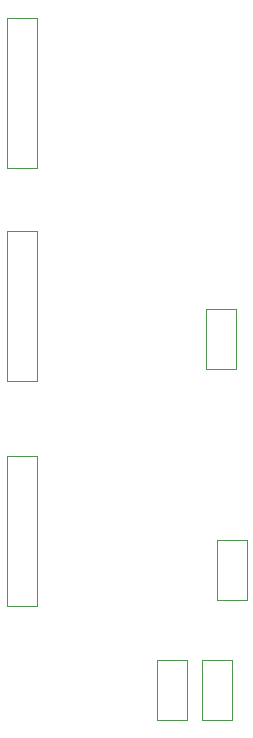
<source format=gbr>
G04*
G04 #@! TF.GenerationSoftware,Altium Limited,Altium Designer,24.1.2 (44)*
G04*
G04 Layer_Color=32768*
%FSLAX25Y25*%
%MOIN*%
G70*
G04*
G04 #@! TF.SameCoordinates,DAD59E85-0841-476F-99BD-E5F442491B29*
G04*
G04*
G04 #@! TF.FilePolarity,Positive*
G04*
G01*
G75*
%ADD14C,0.00394*%
D14*
X1162000Y336000D02*
Y356000D01*
X1172000D01*
Y336000D02*
Y356000D01*
X1162000Y336000D02*
X1172000D01*
X1147000D02*
Y356000D01*
X1157000D01*
Y336000D02*
Y356000D01*
X1147000Y336000D02*
X1157000D01*
X1097000Y374000D02*
Y424000D01*
X1107000Y374000D02*
Y424000D01*
X1097000Y374000D02*
X1107000D01*
X1097000Y424000D02*
X1107000D01*
X1097000Y449000D02*
Y499000D01*
X1107000Y449000D02*
Y499000D01*
X1097000Y449000D02*
X1107000D01*
X1097000Y499000D02*
X1107000D01*
X1097000Y520000D02*
Y570000D01*
X1107000Y520000D02*
Y570000D01*
X1097000Y520000D02*
X1107000D01*
X1097000Y570000D02*
X1107000D01*
X1167000Y376000D02*
Y396000D01*
X1177000D01*
Y376000D02*
Y396000D01*
X1167000Y376000D02*
X1177000D01*
X1163398Y452890D02*
Y472890D01*
X1173398D01*
Y452890D02*
Y472890D01*
X1163398Y452890D02*
X1173398D01*
M02*

</source>
